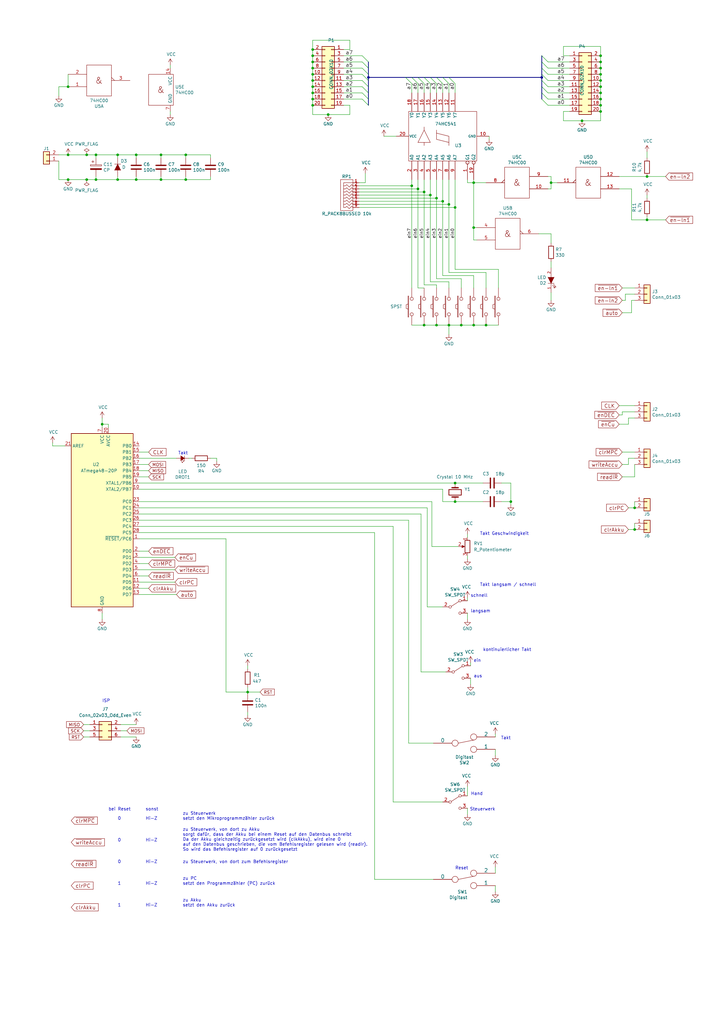
<source format=kicad_sch>
(kicad_sch (version 20230121) (generator eeschema)
  (paper "A3" portrait)
  (title_block (title "EinTaktReset") (rev "2.0"))
  (junction (at 209.55 205.74))
  (junction (at 27.94 35.56))
  (junction (at 179.07 133.35))
  (junction (at 128.27 30.48))
  (junction (at 128.27 25.4))
  (junction (at 246.38 30.48))
  (junction (at 128.27 22.86))
  (junction (at 199.39 133.35))
  (junction (at 246.38 33.02))
  (junction (at 184.15 83.82))
  (junction (at 55.88 63.5))
  (junction (at 184.15 133.35))
  (junction (at 55.88 73.66))
  (junction (at 35.56 73.66))
  (junction (at 128.27 40.64))
  (junction (at 226.06 74.93))
  (junction (at 246.38 45.72))
  (junction (at 128.27 35.56))
  (junction (at 181.61 82.55))
  (junction (at 128.27 38.1))
  (junction (at 48.26 73.66))
  (junction (at 134.62 46.99))
  (junction (at 173.99 78.74))
  (junction (at 41.91 173.99))
  (junction (at 186.69 85.09))
  (junction (at 48.26 63.5))
  (junction (at 222.25 31.75))
  (junction (at 246.38 40.64))
  (junction (at 173.99 133.35))
  (junction (at 27.94 63.5))
  (junction (at 101.6 283.845))
  (junction (at 246.38 22.86))
  (junction (at 35.56 63.5))
  (junction (at 265.43 90.17))
  (junction (at 194.31 133.35))
  (junction (at 189.23 133.35))
  (junction (at 246.38 35.56))
  (junction (at 128.27 20.32))
  (junction (at 66.04 63.5))
  (junction (at 76.2 63.5))
  (junction (at 238.76 49.53))
  (junction (at 151.13 31.75))
  (junction (at 246.38 25.4))
  (junction (at 194.31 74.93))
  (junction (at 246.38 27.94))
  (junction (at 66.04 73.66))
  (junction (at 265.43 72.39))
  (junction (at 171.45 77.47))
  (junction (at 186.69 198.12))
  (junction (at 76.2 73.66))
  (junction (at 179.07 81.28))
  (junction (at 194.31 93.345))
  (junction (at 128.27 27.94))
  (junction (at 260.35 208.28))
  (junction (at 168.91 76.2))
  (junction (at 39.37 63.5))
  (junction (at 27.94 73.66))
  (junction (at 246.38 38.1))
  (junction (at 128.27 43.18))
  (junction (at 260.35 217.17))
  (junction (at 246.38 43.18))
  (junction (at 186.69 205.74))
  (junction (at 176.53 80.01))
  (junction (at 128.27 33.02))
  (junction (at 39.37 73.66))
  (bus_entry (at 166.37 31.75) (size 2.54 2.54))
  (bus_entry (at 184.15 31.75) (size 2.54 2.54))
  (bus_entry (at 173.99 31.75) (size 2.54 2.54))
  (bus_entry (at 148.59 22.86) (size 2.54 2.54))
  (bus_entry (at 179.07 31.75) (size 2.54 2.54))
  (bus_entry (at 176.53 31.75) (size 2.54 2.54))
  (bus_entry (at 148.59 25.4) (size 2.54 2.54))
  (bus_entry (at 222.25 30.48) (size 2.54 2.54))
  (bus_entry (at 148.59 30.48) (size 2.54 2.54))
  (bus_entry (at 222.25 22.86) (size 2.54 2.54))
  (bus_entry (at 148.59 33.02) (size 2.54 2.54))
  (bus_entry (at 148.59 40.64) (size 2.54 2.54))
  (bus_entry (at 148.59 38.1) (size 2.54 2.54))
  (bus_entry (at 222.25 25.4) (size 2.54 2.54))
  (bus_entry (at 222.25 40.64) (size 2.54 2.54))
  (bus_entry (at 222.25 35.56) (size 2.54 2.54))
  (bus_entry (at 148.59 35.56) (size 2.54 2.54))
  (bus_entry (at 171.45 31.75) (size 2.54 2.54))
  (bus_entry (at 168.91 31.75) (size 2.54 2.54))
  (bus_entry (at 222.25 27.94) (size 2.54 2.54))
  (bus_entry (at 148.59 27.94) (size 2.54 2.54))
  (bus_entry (at 222.25 33.02) (size 2.54 2.54))
  (bus_entry (at 181.61 31.75) (size 2.54 2.54))
  (bus_entry (at 222.25 38.1) (size 2.54 2.54))
  (wire (pts (xy 128.27 20.32) (xy 128.27 16.51)))
  (bus (pts (xy 151.13 27.94) (xy 151.13 30.48)))
  (wire (pts (xy 179.07 81.28) (xy 147.32 81.28)))
  (wire (pts (xy 184.15 38.1) (xy 184.15 34.29)))
  (wire (pts (xy 184.15 133.35) (xy 189.23 133.35)))
  (wire (pts (xy 140.97 25.4) (xy 148.59 25.4)))
  (wire (pts (xy 171.45 73.66) (xy 171.45 77.47)))
  (wire (pts (xy 189.23 118.11) (xy 189.23 114.3)))
  (wire (pts (xy 140.97 35.56) (xy 148.59 35.56)))
  (wire (pts (xy 203.2 300.99) (xy 203.2 302.26)))
  (wire (pts (xy 226.06 77.47) (xy 224.79 77.47)))
  (wire (pts (xy 260.35 185.42) (xy 255.27 185.42)))
  (wire (pts (xy 184.15 73.66) (xy 184.15 83.82)))
  (wire (pts (xy 48.26 73.66) (xy 55.88 73.66)))
  (wire (pts (xy 48.26 72.39) (xy 48.26 73.66)))
  (wire (pts (xy 134.62 46.99) (xy 128.27 46.99)))
  (wire (pts (xy 181.61 38.1) (xy 181.61 34.29)))
  (wire (pts (xy 92.71 220.98) (xy 57.15 220.98)))
  (wire (pts (xy 205.74 198.12) (xy 209.55 198.12)))
  (wire (pts (xy 44.45 175.26) (xy 44.45 173.99)))
  (wire (pts (xy 140.97 38.1) (xy 148.59 38.1)))
  (wire (pts (xy 101.6 283.845) (xy 101.6 284.48)))
  (bus (pts (xy 151.13 31.75) (xy 166.37 31.75)))
  (wire (pts (xy 231.14 49.53) (xy 231.14 45.72)))
  (wire (pts (xy 21.59 182.88) (xy 26.67 182.88)))
  (wire (pts (xy 181.61 82.55) (xy 147.32 82.55)))
  (wire (pts (xy 179.07 81.28) (xy 179.07 114.3)))
  (wire (pts (xy 226.06 95.885) (xy 226.06 99.695)))
  (wire (pts (xy 259.08 123.19) (xy 260.35 123.19)))
  (wire (pts (xy 86.36 72.39) (xy 86.36 73.66)))
  (wire (pts (xy 191.77 326.39) (xy 191.77 322.58)))
  (wire (pts (xy 143.51 43.18) (xy 143.51 46.99)))
  (wire (pts (xy 186.69 205.74) (xy 198.12 205.74)))
  (wire (pts (xy 149.86 74.93) (xy 149.86 71.12)))
  (wire (pts (xy 246.38 40.64) (xy 246.38 43.18)))
  (wire (pts (xy 57.15 213.36) (xy 167.64 213.36)))
  (wire (pts (xy 172.72 210.82) (xy 172.72 275.59)))
  (wire (pts (xy 140.97 27.94) (xy 148.59 27.94)))
  (wire (pts (xy 246.38 27.94) (xy 246.38 30.48)))
  (wire (pts (xy 257.81 187.96) (xy 257.81 190.5)))
  (wire (pts (xy 76.2 73.66) (xy 86.36 73.66)))
  (wire (pts (xy 101.6 292.1) (xy 101.6 293.37)))
  (wire (pts (xy 209.55 198.12) (xy 209.55 205.74)))
  (wire (pts (xy 57.15 210.82) (xy 172.72 210.82)))
  (wire (pts (xy 246.38 35.56) (xy 246.38 38.1)))
  (wire (pts (xy 140.97 20.32) (xy 143.51 20.32)))
  (wire (pts (xy 233.68 35.56) (xy 224.79 35.56)))
  (wire (pts (xy 193.04 271.78) (xy 193.04 273.05)))
  (wire (pts (xy 181.61 82.55) (xy 181.61 113.03)))
  (wire (pts (xy 246.38 49.53) (xy 238.76 49.53)))
  (bus (pts (xy 184.15 31.75) (xy 222.25 31.75)))
  (wire (pts (xy 254 72.39) (xy 265.43 72.39)))
  (wire (pts (xy 57.15 185.42) (xy 60.96 185.42)))
  (wire (pts (xy 41.91 173.99) (xy 41.91 175.26)))
  (wire (pts (xy 175.26 208.28) (xy 175.26 248.92)))
  (wire (pts (xy 55.88 72.39) (xy 55.88 73.66)))
  (wire (pts (xy 176.53 80.01) (xy 147.32 80.01)))
  (wire (pts (xy 260.35 190.5) (xy 260.35 195.58)))
  (wire (pts (xy 34.29 299.72) (xy 36.83 299.72)))
  (wire (pts (xy 199.39 118.11) (xy 199.39 111.76)))
  (bus (pts (xy 151.13 30.48) (xy 151.13 31.75)))
  (wire (pts (xy 191.77 227.965) (xy 191.77 229.235)))
  (wire (pts (xy 246.38 38.1) (xy 246.38 40.64)))
  (bus (pts (xy 222.25 25.4) (xy 222.25 27.94)))
  (wire (pts (xy 231.14 19.05) (xy 246.38 19.05)))
  (wire (pts (xy 204.47 110.49) (xy 186.69 110.49)))
  (wire (pts (xy 204.47 118.11) (xy 204.47 110.49)))
  (wire (pts (xy 49.53 299.72) (xy 52.07 299.72)))
  (wire (pts (xy 176.53 38.1) (xy 176.53 34.29)))
  (wire (pts (xy 24.13 39.37) (xy 24.13 35.56)))
  (wire (pts (xy 255.27 128.27) (xy 259.08 128.27)))
  (wire (pts (xy 128.27 35.56) (xy 128.27 33.02)))
  (wire (pts (xy 41.91 251.46) (xy 41.91 254)))
  (wire (pts (xy 66.04 64.77) (xy 66.04 63.5)))
  (wire (pts (xy 162.56 55.88) (xy 157.48 55.88)))
  (wire (pts (xy 57.15 195.58) (xy 60.96 195.58)))
  (wire (pts (xy 34.29 297.18) (xy 36.83 297.18)))
  (wire (pts (xy 194.31 93.345) (xy 194.31 98.425)))
  (wire (pts (xy 49.53 297.18) (xy 55.88 297.18)))
  (wire (pts (xy 76.2 64.77) (xy 76.2 63.5)))
  (wire (pts (xy 176.53 73.66) (xy 176.53 80.01)))
  (wire (pts (xy 57.15 187.96) (xy 72.39 187.96)))
  (wire (pts (xy 41.91 173.99) (xy 44.45 173.99)))
  (wire (pts (xy 193.04 278.13) (xy 193.04 280.67)))
  (wire (pts (xy 39.37 64.77) (xy 39.37 63.5)))
  (bus (pts (xy 173.99 31.75) (xy 176.53 31.75)))
  (wire (pts (xy 57.15 233.68) (xy 71.755 233.68)))
  (wire (pts (xy 24.13 73.66) (xy 27.94 73.66)))
  (wire (pts (xy 177.165 224.155) (xy 187.96 224.155)))
  (wire (pts (xy 203.2 355.6) (xy 203.2 358.14)))
  (wire (pts (xy 57.15 218.44) (xy 153.67 218.44)))
  (wire (pts (xy 265.43 88.9) (xy 265.43 90.17)))
  (wire (pts (xy 92.71 283.845) (xy 101.6 283.845)))
  (wire (pts (xy 173.99 78.74) (xy 173.99 116.84)))
  (wire (pts (xy 186.69 73.66) (xy 186.69 85.09)))
  (wire (pts (xy 265.43 64.77) (xy 265.43 62.23)))
  (wire (pts (xy 128.27 30.48) (xy 128.27 27.94)))
  (wire (pts (xy 254 173.99) (xy 257.81 173.99)))
  (wire (pts (xy 254 170.18) (xy 255.27 170.18)))
  (wire (pts (xy 140.97 40.64) (xy 148.59 40.64)))
  (wire (pts (xy 226.06 74.93) (xy 226.06 77.47)))
  (bus (pts (xy 222.25 35.56) (xy 222.25 38.1)))
  (wire (pts (xy 173.99 133.35) (xy 179.07 133.35)))
  (wire (pts (xy 186.69 38.1) (xy 186.69 34.29)))
  (wire (pts (xy 153.67 218.44) (xy 153.67 360.68)))
  (wire (pts (xy 128.27 33.02) (xy 128.27 30.48)))
  (wire (pts (xy 233.68 25.4) (xy 224.79 25.4)))
  (wire (pts (xy 246.38 45.72) (xy 246.38 49.53)))
  (wire (pts (xy 168.91 76.2) (xy 147.32 76.2)))
  (wire (pts (xy 35.56 73.66) (xy 39.37 73.66)))
  (wire (pts (xy 179.07 73.66) (xy 179.07 81.28)))
  (wire (pts (xy 205.74 205.74) (xy 209.55 205.74)))
  (wire (pts (xy 260.35 214.63) (xy 260.35 217.17)))
  (wire (pts (xy 27.94 73.66) (xy 35.56 73.66)))
  (wire (pts (xy 69.85 45.72) (xy 69.85 46.99)))
  (wire (pts (xy 39.37 72.39) (xy 39.37 73.66)))
  (bus (pts (xy 222.25 30.48) (xy 222.25 31.75)))
  (wire (pts (xy 259.08 90.17) (xy 265.43 90.17)))
  (wire (pts (xy 168.91 38.1) (xy 168.91 34.29)))
  (wire (pts (xy 57.15 215.9) (xy 161.29 215.9)))
  (wire (pts (xy 173.99 73.66) (xy 173.99 78.74)))
  (wire (pts (xy 199.39 133.35) (xy 204.47 133.35)))
  (wire (pts (xy 257.81 171.45) (xy 260.35 171.45)))
  (wire (pts (xy 171.45 38.1) (xy 171.45 34.29)))
  (wire (pts (xy 259.08 128.27) (xy 259.08 123.19)))
  (wire (pts (xy 167.64 304.8) (xy 177.8 304.8)))
  (bus (pts (xy 222.25 33.02) (xy 222.25 35.56)))
  (wire (pts (xy 143.51 20.32) (xy 143.51 16.51)))
  (wire (pts (xy 191.77 74.93) (xy 191.77 73.66)))
  (bus (pts (xy 222.25 38.1) (xy 222.25 40.64)))
  (wire (pts (xy 181.61 205.74) (xy 186.69 205.74)))
  (wire (pts (xy 101.6 281.94) (xy 101.6 283.845)))
  (wire (pts (xy 246.38 25.4) (xy 246.38 27.94)))
  (wire (pts (xy 55.88 63.5) (xy 66.04 63.5)))
  (bus (pts (xy 151.13 38.1) (xy 151.13 40.64)))
  (wire (pts (xy 39.37 73.66) (xy 48.26 73.66)))
  (wire (pts (xy 189.23 133.35) (xy 194.31 133.35)))
  (wire (pts (xy 57.15 228.6) (xy 71.755 228.6)))
  (wire (pts (xy 254 77.47) (xy 259.08 77.47)))
  (wire (pts (xy 199.39 111.76) (xy 184.15 111.76)))
  (wire (pts (xy 153.67 360.68) (xy 177.8 360.68)))
  (wire (pts (xy 257.81 208.28) (xy 260.35 208.28)))
  (wire (pts (xy 260.35 217.17) (xy 257.81 217.17)))
  (bus (pts (xy 222.25 22.86) (xy 222.25 25.4)))
  (wire (pts (xy 209.55 205.74) (xy 209.55 207.01)))
  (wire (pts (xy 194.31 113.03) (xy 181.61 113.03)))
  (wire (pts (xy 128.27 25.4) (xy 128.27 22.86)))
  (wire (pts (xy 246.38 22.86) (xy 246.38 25.4)))
  (wire (pts (xy 194.31 74.93) (xy 199.39 74.93)))
  (wire (pts (xy 184.15 118.11) (xy 184.15 115.57)))
  (wire (pts (xy 186.69 85.09) (xy 186.69 110.49)))
  (wire (pts (xy 194.31 118.11) (xy 194.31 113.03)))
  (wire (pts (xy 220.98 95.885) (xy 226.06 95.885)))
  (wire (pts (xy 184.15 115.57) (xy 176.53 115.57)))
  (wire (pts (xy 246.38 33.02) (xy 246.38 35.56)))
  (wire (pts (xy 191.77 334.01) (xy 191.77 331.47)))
  (wire (pts (xy 66.04 72.39) (xy 66.04 73.66)))
  (wire (pts (xy 191.77 219.075) (xy 191.77 220.345)))
  (wire (pts (xy 147.32 74.93) (xy 149.86 74.93)))
  (wire (pts (xy 260.35 205.74) (xy 260.35 208.28)))
  (wire (pts (xy 57.15 190.5) (xy 60.96 190.5)))
  (wire (pts (xy 255.27 123.19) (xy 256.54 123.19)))
  (wire (pts (xy 226.06 107.315) (xy 226.06 109.855)))
  (wire (pts (xy 140.97 33.02) (xy 148.59 33.02)))
  (wire (pts (xy 167.64 213.36) (xy 167.64 304.8)))
  (wire (pts (xy 173.99 78.74) (xy 147.32 78.74)))
  (wire (pts (xy 179.07 116.84) (xy 173.99 116.84)))
  (wire (pts (xy 78.74 187.96) (xy 77.47 187.96)))
  (wire (pts (xy 88.9 187.96) (xy 88.9 189.23)))
  (wire (pts (xy 57.15 193.04) (xy 60.96 193.04)))
  (wire (pts (xy 24.13 73.66) (xy 24.13 66.04)))
  (wire (pts (xy 128.27 27.94) (xy 128.27 25.4)))
  (wire (pts (xy 186.69 85.09) (xy 147.32 85.09)))
  (wire (pts (xy 194.31 73.66) (xy 194.31 74.93)))
  (wire (pts (xy 246.38 30.48) (xy 246.38 33.02)))
  (wire (pts (xy 184.15 133.35) (xy 184.15 137.16)))
  (wire (pts (xy 66.04 73.66) (xy 76.2 73.66)))
  (wire (pts (xy 256.54 120.65) (xy 260.35 120.65)))
  (bus (pts (xy 171.45 31.75) (xy 173.99 31.75)))
  (bus (pts (xy 168.91 31.75) (xy 171.45 31.75)))
  (wire (pts (xy 255.27 168.91) (xy 260.35 168.91)))
  (wire (pts (xy 27.94 63.5) (xy 35.56 63.5)))
  (wire (pts (xy 140.97 30.48) (xy 148.59 30.48)))
  (wire (pts (xy 171.45 77.47) (xy 147.32 77.47)))
  (wire (pts (xy 181.61 200.66) (xy 181.61 205.74)))
  (wire (pts (xy 194.31 98.425) (xy 195.58 98.425)))
  (wire (pts (xy 233.68 38.1) (xy 224.79 38.1)))
  (wire (pts (xy 191.77 251.46) (xy 191.77 254)))
  (wire (pts (xy 128.27 22.86) (xy 128.27 20.32)))
  (wire (pts (xy 86.36 187.96) (xy 88.9 187.96)))
  (wire (pts (xy 57.15 200.66) (xy 181.61 200.66)))
  (wire (pts (xy 41.91 171.45) (xy 41.91 173.99)))
  (bus (pts (xy 151.13 40.64) (xy 151.13 43.18)))
  (wire (pts (xy 173.99 118.11) (xy 171.45 118.11)))
  (wire (pts (xy 86.36 64.77) (xy 86.36 63.5)))
  (wire (pts (xy 233.68 33.02) (xy 224.79 33.02)))
  (wire (pts (xy 57.15 198.12) (xy 186.69 198.12)))
  (wire (pts (xy 168.91 73.66) (xy 168.91 76.2)))
  (wire (pts (xy 194.31 133.35) (xy 199.39 133.35)))
  (wire (pts (xy 143.51 16.51) (xy 128.27 16.51)))
  (wire (pts (xy 203.2 363.22) (xy 203.2 365.76)))
  (wire (pts (xy 265.43 72.39) (xy 273.05 72.39)))
  (wire (pts (xy 200.66 55.88) (xy 200.66 57.15)))
  (wire (pts (xy 224.79 72.39) (xy 226.06 72.39)))
  (wire (pts (xy 57.15 208.28) (xy 175.26 208.28)))
  (wire (pts (xy 265.43 80.01) (xy 265.43 81.28)))
  (wire (pts (xy 233.68 40.64) (xy 224.79 40.64)))
  (wire (pts (xy 57.15 236.22) (xy 60.96 236.22)))
  (wire (pts (xy 260.35 187.96) (xy 257.81 187.96)))
  (wire (pts (xy 226.06 72.39) (xy 226.06 74.93)))
  (wire (pts (xy 168.91 76.2) (xy 168.91 118.11)))
  (wire (pts (xy 179.07 133.35) (xy 184.15 133.35)))
  (wire (pts (xy 176.53 80.01) (xy 176.53 115.57)))
  (wire (pts (xy 76.2 72.39) (xy 76.2 73.66)))
  (wire (pts (xy 191.77 74.93) (xy 194.31 74.93)))
  (wire (pts (xy 259.08 77.47) (xy 259.08 90.17)))
  (wire (pts (xy 255.27 170.18) (xy 255.27 168.91)))
  (wire (pts (xy 39.37 63.5) (xy 48.26 63.5)))
  (wire (pts (xy 55.88 73.66) (xy 66.04 73.66)))
  (wire (pts (xy 246.38 43.18) (xy 246.38 45.72)))
  (wire (pts (xy 128.27 38.1) (xy 128.27 35.56)))
  (wire (pts (xy 233.68 22.86) (xy 231.14 22.86)))
  (wire (pts (xy 246.38 19.05) (xy 246.38 22.86)))
  (wire (pts (xy 194.31 74.93) (xy 194.31 93.345)))
  (wire (pts (xy 57.15 231.14) (xy 60.96 231.14)))
  (wire (pts (xy 257.81 190.5) (xy 255.27 190.5)))
  (wire (pts (xy 24.13 35.56) (xy 27.94 35.56)))
  (wire (pts (xy 21.59 181.61) (xy 21.59 182.88)))
  (wire (pts (xy 184.15 83.82) (xy 184.15 111.76)))
  (wire (pts (xy 55.88 64.77) (xy 55.88 63.5)))
  (wire (pts (xy 226.06 120.015) (xy 226.06 123.19)))
  (wire (pts (xy 171.45 77.47) (xy 171.45 118.11)))
  (wire (pts (xy 189.23 114.3) (xy 179.07 114.3)))
  (wire (pts (xy 34.29 302.26) (xy 36.83 302.26)))
  (wire (pts (xy 179.07 38.1) (xy 179.07 34.29)))
  (wire (pts (xy 101.6 273.05) (xy 101.6 274.32)))
  (wire (pts (xy 57.15 205.74) (xy 177.165 205.74)))
  (wire (pts (xy 195.58 93.345) (xy 194.31 93.345)))
  (wire (pts (xy 57.15 226.06) (xy 60.96 226.06)))
  (bus (pts (xy 176.53 31.75) (xy 179.07 31.75)))
  (wire (pts (xy 203.2 307.34) (xy 203.2 309.88)))
  (wire (pts (xy 265.43 90.17) (xy 273.05 90.17)))
  (bus (pts (xy 166.37 31.75) (xy 168.91 31.75)))
  (wire (pts (xy 260.35 166.37) (xy 254 166.37)))
  (wire (pts (xy 140.97 22.86) (xy 148.59 22.86)))
  (wire (pts (xy 233.68 45.72) (xy 231.14 45.72)))
  (bus (pts (xy 151.13 33.02) (xy 151.13 35.56)))
  (wire (pts (xy 175.26 248.92) (xy 181.61 248.92)))
  (wire (pts (xy 92.71 220.98) (xy 92.71 283.845)))
  (wire (pts (xy 48.26 64.77) (xy 48.26 63.5)))
  (wire (pts (xy 66.04 63.5) (xy 76.2 63.5)))
  (wire (pts (xy 260.35 195.58) (xy 255.27 195.58)))
  (wire (pts (xy 191.77 245.11) (xy 191.77 246.38)))
  (bus (pts (xy 151.13 25.4) (xy 151.13 27.94)))
  (bus (pts (xy 151.13 31.75) (xy 151.13 33.02)))
  (wire (pts (xy 173.99 38.1) (xy 173.99 34.29)))
  (wire (pts (xy 228.6 74.93) (xy 226.06 74.93)))
  (wire (pts (xy 233.68 27.94) (xy 224.79 27.94)))
  (wire (pts (xy 57.15 243.84) (xy 72.39 243.84)))
  (wire (pts (xy 161.29 328.93) (xy 181.61 328.93)))
  (wire (pts (xy 231.14 22.86) (xy 231.14 19.05)))
  (wire (pts (xy 184.15 83.82) (xy 147.32 83.82)))
  (wire (pts (xy 24.13 63.5) (xy 27.94 63.5)))
  (wire (pts (xy 101.6 283.845) (xy 106.68 283.845)))
  (wire (pts (xy 143.51 46.99) (xy 134.62 46.99)))
  (bus (pts (xy 222.25 27.94) (xy 222.25 30.48)))
  (wire (pts (xy 48.26 63.5) (xy 55.88 63.5)))
  (wire (pts (xy 128.27 43.18) (xy 128.27 40.64)))
  (bus (pts (xy 181.61 31.75) (xy 184.15 31.75)))
  (wire (pts (xy 181.61 73.66) (xy 181.61 82.55)))
  (wire (pts (xy 161.29 215.9) (xy 161.29 328.93)))
  (bus (pts (xy 151.13 35.56) (xy 151.13 38.1)))
  (wire (pts (xy 233.68 43.18) (xy 224.79 43.18)))
  (wire (pts (xy 57.15 241.3) (xy 60.96 241.3)))
  (wire (pts (xy 57.15 238.76) (xy 71.755 238.76)))
  (wire (pts (xy 255.27 118.11) (xy 260.35 118.11)))
  (wire (pts (xy 76.2 63.5) (xy 86.36 63.5)))
  (wire (pts (xy 238.76 49.53) (xy 231.14 49.53)))
  (wire (pts (xy 257.81 173.99) (xy 257.81 171.45)))
  (wire (pts (xy 179.07 118.11) (xy 179.07 116.84)))
  (wire (pts (xy 186.69 198.12) (xy 198.12 198.12)))
  (wire (pts (xy 168.91 133.35) (xy 173.99 133.35)))
  (wire (pts (xy 128.27 46.99) (xy 128.27 43.18)))
  (wire (pts (xy 256.54 123.19) (xy 256.54 120.65)))
  (bus (pts (xy 179.07 31.75) (xy 181.61 31.75)))
  (wire (pts (xy 172.72 275.59) (xy 182.88 275.59)))
  (wire (pts (xy 27.94 30.48) (xy 27.94 35.56)))
  (wire (pts (xy 49.53 302.26) (xy 55.88 302.26)))
  (wire (pts (xy 177.165 205.74) (xy 177.165 224.155)))
  (wire (pts (xy 128.27 40.64) (xy 128.27 38.1)))
  (wire (pts (xy 35.56 63.5) (xy 39.37 63.5)))
  (wire (pts (xy 233.68 30.48) (xy 224.79 30.48)))
  (bus (pts (xy 222.25 31.75) (xy 222.25 33.02)))
  (wire (pts (xy 140.97 43.18) (xy 143.51 43.18)))
  (wire (pts (xy 69.85 27.94) (xy 69.85 26.67)))
  (text "Hand" (at 198.12 326.39 0) (effects (font (size 1.27 1.27)) (justify right bottom)))
  (text "Hi-Z" (at 59.69 363.22 0) (effects (font (size 1.27 1.27)) (justify left bottom)))
  (text "0" (at 48.26 354.33 0) (effects (font (size 1.27 1.27)) (justify left bottom)))
  (text "zu Steuerwerk, von dort zu Akku\nsorgt dafür, dass der Akku bei einem Reset auf den Datenbus schreibt\nDa der Akku gleichzeitig zurückgesetzt wird (clkAkku), wird eine 0\nauf den Datenbus geschrieben, die vom Befehlsregister gelesen wird (readIr).\nSo wird das Befehlsregister auf 0 zurückgesetzt" (at 74.93 349.25 0) (effects (font (size 1.27 1.27)) (justify left bottom)))
  (text "ein" (at 194.31 271.78 0) (effects (font (size 1.27 1.27)) (justify left bottom)))
  (text "zu PC\nsetzt den Programmzähler (PC) zurück" (at 74.93 363.22 0) (effects (font (size 1.27 1.27)) (justify left bottom)))
  (text "Hi-Z" (at 59.69 336.55 0) (effects (font (size 1.27 1.27)) (justify left bottom)))
  (text "langsam" (at 193.04 251.46 0) (effects (font (size 1.27 1.27)) (justify left bottom)))
  (text "bei Reset" (at 44.45 332.74 0) (effects (font (size 1.27 1.27)) (justify left bottom)))
  (text "zu Akku\nsetzt den Akku zurück" (at 74.93 372.11 0) (effects (font (size 1.27 1.27)) (justify left bottom)))
  (text "Takt" (at 209.55 303.53 0) (effects (font (size 1.27 1.27)) (justify right bottom)))
  (text "Hi-Z" (at 59.69 354.33 0) (effects (font (size 1.27 1.27)) (justify left bottom)))
  (text "Takt Geschwindigkeit" (at 196.85 219.71 0) (effects (font (size 1.27 1.27)) (justify left bottom)))
  (text "Takt langsam / schnell" (at 196.85 240.665 0) (effects (font (size 1.27 1.27)) (justify left bottom)))
  (text "aus" (at 194.31 278.13 0) (effects (font (size 1.27 1.27)) (justify left bottom)))
  (text "Steuerwerk" (at 203.2 332.74 0) (effects (font (size 1.27 1.27)) (justify right bottom)))
  (text "Reset" (at 186.69 356.87 0) (effects (font (size 1.27 1.27)) (justify left bottom)))
  (text "schnell" (at 193.04 245.11 0) (effects (font (size 1.27 1.27)) (justify left bottom)))
  (text "zu Steuerwerk, von dort zum Befehlsregister" (at 74.93 354.33 0) (effects (font (size 1.27 1.27)) (justify left bottom)))
  (text "kontinuierlicher Takt" (at 198.12 267.335 0) (effects (font (size 1.27 1.27)) (justify left bottom)))
  (text "1" (at 48.26 372.11 0) (effects (font (size 1.27 1.27)) (justify left bottom)))
  (text "Takt" (at 73.025 186.69 0) (effects (font (size 1.27 1.27)) (justify left bottom)))
  (text "0" (at 48.26 336.55 0) (effects (font (size 1.27 1.27)) (justify left bottom)))
  (text "1" (at 48.26 363.22 0) (effects (font (size 1.27 1.27)) (justify left bottom)))
  (text "zu Steuerwerk\nsetzt den Mikroprogrammzähler zurück\n" (at 74.93 336.55 0) (effects (font (size 1.27 1.27)) (justify left bottom)))
  (text "ISP" (at 41.91 288.29 0) (effects (font (size 1.27 1.27)) (justify left bottom)))
  (text "Hi-Z" (at 59.69 372.11 0) (effects (font (size 1.27 1.27)) (justify left bottom)))
  (text "Hi-Z" (at 59.69 345.44 0) (effects (font (size 1.27 1.27)) (justify left bottom)))
  (text "sonst" (at 59.69 332.74 0) (effects (font (size 1.27 1.27)) (justify left bottom)))
  (text "0" (at 48.26 345.44 0) (effects (font (size 1.27 1.27)) (justify left bottom)))
  (label "a2" (at 181.61 36.83 90) (effects (font (size 1.524 1.524))))
  (label "a4" (at 228.6 33.02 0) (effects (font (size 1.524 1.524))))
  (label "a6" (at 171.45 36.83 90) (effects (font (size 1.524 1.524))))
  (label "ein7" (at 168.91 97.79 90))
  (label "a2" (at 144.78 35.56 180) (effects (font (size 1.524 1.524))))
  (label "a6" (at 144.78 25.4 180) (effects (font (size 1.524 1.524))))
  (label "a1" (at 144.78 38.1 180) (effects (font (size 1.524 1.524))))
  (label "a0" (at 144.78 40.64 180) (effects (font (size 1.524 1.524))))
  (label "a4" (at 144.78 30.48 180) (effects (font (size 1.524 1.524))))
  (label "a0" (at 186.69 36.83 90) (effects (font (size 1.524 1.524))))
  (label "a2" (at 228.6 38.1 0) (effects (font (size 1.524 1.524))))
  (label "a3" (at 144.78 33.02 180) (effects (font (size 1.524 1.524))))
  (label "ein2" (at 181.61 97.79 90))
  (label "a3" (at 179.07 36.83 90) (effects (font (size 1.524 1.524))))
  (label "ein0" (at 186.69 97.79 90))
  (label "a4" (at 176.53 36.83 90) (effects (font (size 1.524 1.524))))
  (label "a7" (at 168.91 36.83 90) (effects (font (size 1.524 1.524))))
  (label "ein5" (at 173.99 97.79 90))
  (label "a5" (at 144.78 27.94 180) (effects (font (size 1.524 1.524))))
  (label "a0" (at 228.6 43.18 0) (effects (font (size 1.524 1.524))))
  (label "a1" (at 184.15 36.83 90) (effects (font (size 1.524 1.524))))
  (label "a3" (at 228.6 35.56 0) (effects (font (size 1.524 1.524))))
  (label "ein1" (at 184.15 97.79 90))
  (label "a5" (at 228.6 30.48 0) (effects (font (size 1.524 1.524))))
  (label "ein3" (at 179.07 97.79 90))
  (label "a5" (at 173.99 36.83 90) (effects (font (size 1.524 1.524))))
  (label "a7" (at 144.78 22.86 180) (effects (font (size 1.524 1.524))))
  (label "ein6" (at 171.45 97.79 90))
  (label "a6" (at 228.6 27.94 0) (effects (font (size 1.524 1.524))))
  (label "a7" (at 228.6 25.4 0) (effects (font (size 1.524 1.524))))
  (label "ein4" (at 176.53 97.79 90))
  (label "a1" (at 228.6 40.64 0) (effects (font (size 1.524 1.524))))
  (global_label "clrAkku" (shape input) (at 257.81 217.17 180) (effects (font (size 1.524 1.524))) (property "Intersheetrefs" "${INTERSHEET_REFS}" (effects hide)))
  (global_label "~{readIR}" (shape input) (at 60.96 236.22 0) (effects (font (size 1.524 1.524))) (property "Intersheetrefs" "${INTERSHEET_REFS}" (effects hide)))
  (global_label "MOSI" (shape input) (at 60.96 190.5 0) (property "Intersheetrefs" "${INTERSHEET_REFS}" (effects hide)))
  (global_label "~{enCu}" (shape input) (at 71.755 228.6 0) (effects (font (size 1.524 1.524))) (property "Intersheetrefs" "${INTERSHEET_REFS}" (effects hide)))
  (global_label "~{clrMPC}" (shape input) (at 29.21 336.55 0) (effects (font (size 1.524 1.524))) (property "Intersheetrefs" "${INTERSHEET_REFS}" (effects hide)))
  (global_label "~{en-ln1}" (shape input) (at 255.27 118.11 180) (effects (font (size 1.524 1.524))) (property "Intersheetrefs" "${INTERSHEET_REFS}" (effects hide)))
  (global_label "CLK" (shape input) (at 60.96 185.42 0) (effects (font (size 1.524 1.524))) (property "Intersheetrefs" "${INTERSHEET_REFS}" (effects hide)))
  (global_label "~{clrMPC}" (shape input) (at 255.27 185.42 180) (effects (font (size 1.524 1.524))) (property "Intersheetrefs" "${INTERSHEET_REFS}" (effects hide)))
  (global_label "MISO" (shape input) (at 34.29 297.18 180) (property "Intersheetrefs" "${INTERSHEET_REFS}" (effects hide)))
  (global_label "~{writeAccu}" (shape input) (at 29.21 345.44 0) (effects (font (size 1.524 1.524))) (property "Intersheetrefs" "${INTERSHEET_REFS}" (effects hide)))
  (global_label "~{en-ln1}" (shape input) (at 273.05 90.17 0) (effects (font (size 1.524 1.524))) (property "Intersheetrefs" "${INTERSHEET_REFS}" (effects hide)))
  (global_label "RST" (shape input) (at 106.68 283.845 0) (property "Intersheetrefs" "${INTERSHEET_REFS}" (effects hide)))
  (global_label "~{enCu}" (shape input) (at 254 173.99 180) (effects (font (size 1.524 1.524))) (property "Intersheetrefs" "${INTERSHEET_REFS}" (effects hide)))
  (global_label "~{readIR}" (shape input) (at 255.27 195.58 180) (effects (font (size 1.524 1.524))) (property "Intersheetrefs" "${INTERSHEET_REFS}" (effects hide)))
  (global_label "~{en-ln2}" (shape input) (at 273.05 72.39 0) (effects (font (size 1.524 1.524))) (property "Intersheetrefs" "${INTERSHEET_REFS}" (effects hide)))
  (global_label "~{clrMPC}" (shape input) (at 60.96 231.14 0) (effects (font (size 1.524 1.524))) (property "Intersheetrefs" "${INTERSHEET_REFS}" (effects hide)))
  (global_label "SCK" (shape input) (at 34.29 299.72 180) (property "Intersheetrefs" "${INTERSHEET_REFS}" (effects hide)))
  (global_label "MISO" (shape input) (at 60.96 193.04 0) (property "Intersheetrefs" "${INTERSHEET_REFS}" (effects hide)))
  (global_label "~{en-ln2}" (shape input) (at 255.27 123.19 180) (effects (font (size 1.524 1.524))) (property "Intersheetrefs" "${INTERSHEET_REFS}" (effects hide)))
  (global_label "clrPC" (shape input) (at 29.21 363.22 0) (effects (font (size 1.524 1.524))) (property "Intersheetrefs" "${INTERSHEET_REFS}" (effects hide)))
  (global_label "clrAkku" (shape input) (at 29.21 372.11 0) (effects (font (size 1.524 1.524))) (property "Intersheetrefs" "${INTERSHEET_REFS}" (effects hide)))
  (global_label "RST" (shape input) (at 34.29 302.26 180) (property "Intersheetrefs" "${INTERSHEET_REFS}" (effects hide)))
  (global_label "SCK" (shape input) (at 60.96 195.58 0) (property "Intersheetrefs" "${INTERSHEET_REFS}" (effects hide)))
  (global_label "~{auto}" (shape input) (at 72.39 243.84 0) (effects (font (size 1.524 1.524))) (property "Intersheetrefs" "${INTERSHEET_REFS}" (effects hide)))
  (global_label "clrAkku" (shape input) (at 60.96 241.3 0) (effects (font (size 1.524 1.524))) (property "Intersheetrefs" "${INTERSHEET_REFS}" (effects hide)))
  (global_label "~{writeAccu}" (shape input) (at 255.27 190.5 180) (effects (font (size 1.524 1.524))) (property "Intersheetrefs" "${INTERSHEET_REFS}" (effects hide)))
  (global_label "~{auto}" (shape input) (at 255.27 128.27 180) (effects (font (size 1.524 1.524))) (property "Intersheetrefs" "${INTERSHEET_REFS}" (effects hide)))
  (global_label "~{readIR}" (shape input) (at 29.21 354.33 0) (effects (font (size 1.524 1.524))) (property "Intersheetrefs" "${INTERSHEET_REFS}" (effects hide)))
  (global_label "MOSI" (shape input) (at 52.07 299.72 0) (property "Intersheetrefs" "${INTERSHEET_REFS}" (effects hide)))
  (global_label "clrPC" (shape input) (at 257.81 208.28 180) (effects (font (size 1.524 1.524))) (property "Intersheetrefs" "${INTERSHEET_REFS}" (effects hide)))
  (global_label "CLK" (shape input) (at 254 166.37 180) (effects (font (size 1.524 1.524))) (property "Intersheetrefs" "${INTERSHEET_REFS}" (effects hide)))
  (global_label "~{enDEC}" (shape input) (at 254 170.18 180) (effects (font (size 1.524 1.524))) (property "Intersheetrefs" "${INTERSHEET_REFS}" (effects hide)))
  (global_label "~{enDEC}" (shape input) (at 60.96 226.06 0) (effects (font (size 1.524 1.524))) (property "Intersheetrefs" "${INTERSHEET_REFS}" (effects hide)))
  (global_label "clrPC" (shape input) (at 71.755 238.76 0) (effects (font (size 1.524 1.524))) (property "Intersheetrefs" "${INTERSHEET_REFS}" (effects hide)))
  (global_label "~{writeAccu}" (shape input) (at 71.755 233.68 0) (effects (font (size 1.524 1.524))) (property "Intersheetrefs" "${INTERSHEET_REFS}" (effects hide)))
  (symbol (lib_id "allBonsaiSymbolLibs:74xx_74HCT541_PWR") (at 181.61 55.88 90) (unit 1)
    (property "Reference" "U3" (at 187.96 59.69 90))
    (property "Value" "74HC541" (at 182.88 50.8 90))
    (property "Footprint" "Package_DIP:DIP-20_W7.62mm_Socket_LongPads" (effects hide))
  )
  (symbol (lib_id "allBonsaiSymbolLibs:bonsai_SW_PUSH") (at 168.91 125.73 90) (unit 1)
    (property "Reference" "SW5" (effects hide))
    (property "Value" "SPST" (at 162.56 125.73 90))
    (property "Footprint" "Switches-Walter:switch_100sp5" (effects hide))
  )
  (symbol (lib_id "allBonsaiSymbolLibs:bonsai_SW_PUSH") (at 173.99 125.73 90) (unit 1)
    (property "Reference" "SW7" (effects hide))
    (property "Value" "SPST" (effects hide))
    (property "Footprint" "Switches-Walter:switch_100sp5" (effects hide))
  )
  (symbol (lib_id "allBonsaiSymbolLibs:bonsai_SW_PUSH") (at 179.07 125.73 90) (unit 1)
    (property "Reference" "SW8" (effects hide))
    (property "Value" "SPST" (effects hide))
    (property "Footprint" "Switches-Walter:switch_100sp5" (effects hide))
  )
  (symbol (lib_id "allBonsaiSymbolLibs:bonsai_SW_PUSH") (at 184.15 125.73 90) (unit 1)
    (property "Reference" "SW9" (effects hide))
    (property "Value" "SPST" (effects hide))
    (property "Footprint" "Switches-Walter:switch_100sp5" (effects hide))
  )
  (symbol (lib_id "allBonsaiSymbolLibs:bonsai_SW_PUSH") (at 189.23 125.73 90) (unit 1)
    (property "Reference" "SW10" (effects hide))
    (property "Value" "SPST" (effects hide))
    (property "Footprint" "Switches-Walter:switch_100sp5" (effects hide))
  )
  (symbol (lib_id "allBonsaiSymbolLibs:bonsai_SW_PUSH") (at 194.31 125.73 90) (unit 1)
    (property "Reference" "SW11" (effects hide))
    (property "Value" "SPST" (effects hide))
    (property "Footprint" "Switches-Walter:switch_100sp5" (effects hide))
  )
  (symbol (lib_id "allBonsaiSymbolLibs:bonsai_SW_PUSH") (at 199.39 125.73 90) (unit 1)
    (property "Reference" "SW12" (effects hide))
    (property "Value" "SPST" (effects hide))
    (property "Footprint" "Switches-Walter:switch_100sp5" (effects hide))
  )
  (symbol (lib_id "allBonsaiSymbolLibs:bonsai_SW_PUSH") (at 204.47 125.73 90) (unit 1)
    (property "Reference" "SW13" (effects hide))
    (property "Value" "SPST" (effects hide))
    (property "Footprint" "Switches-Walter:switch_100sp5" (effects hide))
  )
  (symbol (lib_id "allBonsaiSymbolLibs:device_R") (at 226.06 103.505 0) (unit 1)
    (property "Reference" "R7" (at 227.838 102.3366 0) (effects (justify left)))
    (property "Value" "330" (at 227.838 104.648 0) (effects (justify left)))
    (property "Footprint" "Resistor_THT:R_Axial_DIN0207_L6.3mm_D2.5mm_P10.16mm_Horizontal" (effects hide))
  )
  (symbol (lib_id "allBonsaiSymbolLibs:bonsai_LED") (at 226.06 114.935 90) (unit 1)
    (property "Reference" "D2" (at 224.0788 116.1034 90) (effects (justify left)))
    (property "Value" "LED" (at 224.0788 113.792 90) (effects (justify left)))
    (property "Footprint" "LED_THT:LED_D3.0mm" (effects hide))
  )
  (symbol (lib_id "allBonsaiSymbolLibs:device_R") (at 265.43 85.09 0) (unit 1)
    (property "Reference" "R11" (at 260.1722 85.09 90))
    (property "Value" "4,7k" (at 262.4836 85.09 90))
    (property "Footprint" "Resistor_THT:R_Axial_DIN0207_L6.3mm_D2.5mm_P10.16mm_Horizontal" (effects hide))
  )
  (symbol (lib_id "allBonsaiSymbolLibs:device_R") (at 265.43 68.58 0) (unit 1)
    (property "Reference" "R10" (at 260.1722 68.58 90))
    (property "Value" "4,7k" (at 262.4836 68.58 90))
    (property "Footprint" "Resistor_THT:R_Axial_DIN0207_L6.3mm_D2.5mm_P10.16mm_Horizontal" (effects hide))
  )
  (symbol (lib_id "allBonsaiSymbolLibs:device_R") (at 82.55 187.96 90) (unit 1)
    (property "Reference" "R4" (at 82.55 193.2178 90))
    (property "Value" "150" (at 82.55 190.9064 90))
    (property "Footprint" "Resistor_THT:R_Axial_DIN0207_L6.3mm_D2.5mm_P10.16mm_Horizontal" (effects hide))
  )
  (symbol (lib_id "allBonsaiSymbolLibs:bonsai_Led_Small") (at 74.93 187.96 180) (unit 1)
    (property "Reference" "DROT1" (at 74.93 195.707 0))
    (property "Value" "LED" (at 74.93 193.3956 0))
    (property "Footprint" "LED_THT:LED_D3.0mm" (effects hide))
  )
  (symbol (lib_id "allBonsaiSymbolLibs:power_GND") (at 200.66 57.15 0) (unit 1)
    (property "Reference" "#PWR011" (effects hide))
    (property "Value" "GND" (at 200.66 60.96 0))
  )
  (symbol (lib_id "allBonsaiSymbolLibs:power_GND") (at 184.15 137.16 0) (unit 1)
    (property "Reference" "#PWR014" (effects hide))
    (property "Value" "GND" (at 184.15 140.97 0))
  )
  (symbol (lib_id "Connector_Generic:Conn_02x10_Odd_Even") (at 238.76 33.02 0) (unit 1)
    (property "Reference" "P4" (at 238.76 19.05 0))
    (property "Value" "CONN_02X10" (at 238.76 33.02 90))
    (property "Footprint" "Connector_PinHeader_2.54mm:PinHeader_2x10_P2.54mm_Vertical" (effects hide))
  )
  (symbol (lib_id "Connector_Generic:Conn_02x10_Odd_Even") (at 135.89 30.48 0) (mirror y) (unit 1)
    (property "Reference" "P1" (at 135.89 16.51 0))
    (property "Value" "CONN_02X10" (at 135.89 30.48 90))
    (property "Footprint" "Connector_PinHeader_2.54mm:PinHeader_2x10_P2.54mm_Vertical" (effects hide))
  )
  (symbol (lib_id "allBonsaiSymbolLibs:power_GND") (at 88.9 189.23 0) (unit 1)
    (property "Reference" "#PWR015" (effects hide))
    (property "Value" "GND" (at 88.9 193.04 0))
  )
  (symbol (lib_id "allBonsaiSymbolLibs:power_GND") (at 27.94 73.66 0) (unit 1)
    (property "Reference" "#PWR021" (effects hide))
    (property "Value" "GND" (at 27.94 77.47 0))
  )
  (symbol (lib_id "allBonsaiSymbolLibs:power_GND") (at 191.77 334.01 0) (mirror y) (unit 1)
    (property "Reference" "#PWR022" (effects hide))
    (property "Value" "GND" (at 191.77 337.82 0))
  )
  (symbol (lib_id "allBonsaiSymbolLibs:power_GND") (at 134.62 46.99 0) (unit 1)
    (property "Reference" "#PWR030" (effects hide))
    (property "Value" "GND" (at 134.62 50.8 0))
  )
  (symbol (lib_id "allBonsaiSymbolLibs:power_GND") (at 238.76 49.53 0) (unit 1)
    (property "Reference" "#PWR031" (effects hide))
    (property "Value" "GND" (at 238.76 53.34 0))
  )
  (symbol (lib_id "allBonsaiSymbolLibs:bonsai_R_PACK8BUSSED") (at 142.24 80.01 0) (mirror y) (unit 1)
    (property "Reference" "RP1" (at 142.24 72.39 0))
    (property "Value" "R_PACK8BUSSED 10k" (at 142.24 87.63 0))
    (property "Footprint" "Resistor_THT:R_Array_SIP9" (effects hide))
  )
  (symbol (lib_id "allBonsaiSymbolLibs:power_PWR_FLAG") (at 35.56 63.5 0) (unit 1)
    (property "Reference" "#FLG038" (effects hide))
    (property "Value" "PWR_FLAG" (at 35.56 59.0804 0))
  )
  (symbol (lib_id "allBonsaiSymbolLibs:bonsai_D") (at 48.26 68.58 270) (unit 1)
    (property "Reference" "D3" (at 50.8 66.04 90))
    (property "Value" "D" (at 50.8 68.58 90))
    (property "Footprint" "Diode_THT:D_A-405_P10.16mm_Horizontal" (effects hide))
  )
  (symbol (lib_id "allBonsaiSymbolLibs:bonsai_C") (at 86.36 68.58 0) (unit 1)
    (property "Reference" "C9" (at 89.281 67.4116 0) (effects (justify left)))
    (property "Value" "100n" (at 89.281 69.723 0) (effects (justify left)))
    (property "Footprint" "Capacitor_THT:C_Disc_D10.0mm_W2.5mm_P5.00mm" (effects hide))
  )
  (symbol (lib_id "allBonsaiSymbolLibs:bonsai_C") (at 76.2 68.58 0) (unit 1)
    (property "Reference" "C8" (at 79.121 67.4116 0) (effects (justify left)))
    (property "Value" "100n" (at 79.121 69.723 0) (effects (justify left)))
    (property "Footprint" "Capacitor_THT:C_Disc_D10.0mm_W2.5mm_P5.00mm" (effects hide))
  )
  (symbol (lib_id "allBonsaiSymbolLibs:bonsai_C") (at 66.04 68.58 0) (unit 1)
    (property "Reference" "C7" (at 68.961 67.4116 0) (effects (justify left)))
    (property "Value" "100n" (at 68.961 69.723 0) (effects (justify left)))
    (property "Footprint" "Capacitor_THT:C_Disc_D10.0mm_W2.5mm_P5.00mm" (effects hide))
  )
  (symbol (lib_id "allBonsaiSymbolLibs:bonsai_C") (at 55.88 68.58 0) (unit 1)
    (property "Reference" "C6" (at 58.801 67.4116 0) (effects (justify left)))
    (property "Value" "100n" (at 58.801 69.723 0) (effects (justify left)))
    (property "Footprint" "Capacitor_THT:C_Disc_D10.0mm_W2.5mm_P5.00mm" (effects hide))
  )
  (symbol (lib_id "Bonsai:Digitast") (at 190.5 360.68 0) (unit 1)
    (property "Reference" "SW1" (at 191.77 365.76 0) (effects (justify right)))
    (property "Value" "Digitast" (at 191.77 368.0714 0) (effects (justify right)))
    (property "Footprint" "bonsai:Switch_Digitast" (effects hide))
  )
  (symbol (lib_id "Bonsai:Digitast") (at 190.5 304.8 0) (unit 1)
    (property "Reference" "SW2" (at 190.5 312.801 0))
    (property "Value" "Digitast" (at 190.5 310.4896 0))
    (property "Footprint" "bonsai:Switch_Digitast" (effects hide))
  )
  (symbol (lib_id "power:VCC") (at 27.94 63.5 0) (unit 1)
    (property "Reference" "#PWR02" (effects hide))
    (property "Value" "VCC" (at 28.321 59.1058 0))
  )
  (symbol (lib_id "power:VCC") (at 265.43 62.23 0) (unit 1)
    (property "Reference" "#PWR01" (effects hide))
    (property "Value" "VCC" (at 265.811 57.8358 0))
  )
  (symbol (lib_id "power:VCC") (at 265.43 80.01 0) (unit 1)
    (property "Reference" "#PWR04" (effects hide))
    (property "Value" "VCC" (at 265.811 75.6158 0))
  )
  (symbol (lib_id "power:VCC") (at 157.48 55.88 0) (unit 1)
    (property "Reference" "#PWR03" (effects hide))
    (property "Value" "VCC" (at 157.861 51.4858 0))
  )
  (symbol (lib_id "power:VCC") (at 149.86 71.12 0) (unit 1)
    (property "Reference" "#PWR09" (effects hide))
    (property "Value" "VCC" (at 150.241 66.7258 0))
  )
  (symbol (lib_id "power:VCC") (at 191.77 322.58 0) (mirror y) (unit 1)
    (property "Reference" "#PWR019" (effects hide))
    (property "Value" "VCC" (at 191.389 318.1858 0))
  )
  (symbol (lib_id "allBonsaiSymbolLibs:power_PWR_FLAG") (at 35.56 73.66 180) (unit 1)
    (property "Reference" "#FLG01" (effects hide))
    (property "Value" "PWR_FLAG" (at 35.56 78.0796 0))
  )
  (symbol (lib_id "Connector_Generic:Conn_01x02") (at 19.05 66.04 180) (unit 1)
    (property "Reference" "J1" (at 19.05 60.96 0))
    (property "Value" "Conn_01x02" (effects hide))
    (property "Footprint" "Connector_Molex:Molex_KK-254_AE-6410-02A_1x02_P2.54mm_Vertical" (effects hide))
  )
  (symbol (lib_id "EinTaktReset-rescue:CP-Device") (at 39.37 68.58 0) (unit 1)
    (property "Reference" "C11" (at 42.3672 67.4116 0) (effects (justify left)))
    (property "Value" "CP" (at 42.3672 69.723 0) (effects (justify left)))
    (property "Footprint" "Capacitor_THT:CP_Radial_D8.0mm_P2.50mm" (effects hide))
  )
  (symbol (lib_id "Connector_Generic:Conn_01x02") (at 265.43 205.74 0) (unit 1)
    (property "Reference" "J5" (at 265.43 210.82 0))
    (property "Value" "Conn_01x02" (effects hide))
    (property "Footprint" "Connector_Molex:Molex_KK-254_AE-6410-02A_1x02_P2.54mm_Vertical" (effects hide))
  )
  (symbol (lib_id "Connector_Generic:Conn_01x02") (at 265.43 214.63 0) (unit 1)
    (property "Reference" "J6" (at 265.43 219.71 0))
    (property "Value" "Conn_01x02" (effects hide))
    (property "Footprint" "Connector_Molex:Molex_KK-254_AE-6410-02A_1x02_P2.54mm_Vertical" (effects hide))
  )
  (symbol (lib_id "Connector_Generic:Conn_01x03") (at 265.43 168.91 0) (unit 1)
    (property "Reference" "J2" (at 267.462 167.8432 0) (effects (justify left)))
    (property "Value" "Conn_01x03" (at 267.462 170.1546 0) (effects (justify left)))
    (property "Footprint" "Connector_Molex:Molex_KK-254_AE-6410-03A_1x03_P2.54mm_Vertical" (effects hide))
  )
  (symbol (lib_id "Connector_Generic:Conn_01x03") (at 265.43 120.65 0) (unit 1)
    (property "Reference" "J3" (at 267.462 119.5832 0) (effects (justify left)))
    (property "Value" "Conn_01x03" (at 267.462 121.8946 0) (effects (justify left)))
    (property "Footprint" "Connector_Molex:Molex_KK-254_AE-6410-03A_1x03_P2.54mm_Vertical" (effects hide))
  )
  (symbol (lib_id "Connector_Generic:Conn_01x03") (at 265.43 187.96 0) (unit 1)
    (property "Reference" "J4" (at 267.462 186.8932 0) (effects (justify left)))
    (property "Value" "Conn_01x03" (at 267.462 189.2046 0) (effects (justify left)))
    (property "Footprint" "Connector_Molex:Molex_KK-254_AE-6410-03A_1x03_P2.54mm_Vertical" (effects hide))
  )
  (symbol (lib_id "Switch:SW_SPDT") (at 186.69 328.93 0) (unit 1)
    (property "Reference" "SW6" (at 186.69 321.691 0))
    (property "Value" "SW_SPDT" (at 186.69 324.0024 0))
    (property "Footprint" "Switches-Walter:switch_100sp5" (effects hide))
  )
  (symbol (lib_id "Switch:SW_SPDT") (at 187.96 275.59 0) (unit 1)
    (property "Reference" "SW3" (at 187.96 268.351 0))
    (property "Value" "SW_SPDT" (at 187.96 270.6624 0))
    (property "Footprint" "Switches-Walter:switch_100sp5" (effects hide))
  )
  (symbol (lib_id "Bonsai:7400") (at 212.09 74.93 0) (mirror y) (unit 3)
    (property "Reference" "U5" (at 212.09 64.389 0))
    (property "Value" "74HC00" (at 212.09 66.7004 0))
    (property "Footprint" "Package_DIP:DIP-14_W7.62mm_Socket_LongPads" (effects hide))
  )
  (symbol (lib_id "Bonsai:7400") (at 241.3 74.93 0) (mirror y) (unit 4)
    (property "Reference" "U5" (at 241.3 64.389 0))
    (property "Value" "74HC00" (at 241.3 66.7004 0))
    (property "Footprint" "Package_DIP:DIP-14_W7.62mm_Socket_LongPads" (effects hide))
  )
  (symbol (lib_id "Bonsai:7400") (at 66.04 36.83 0) (unit 5)
    (property "Reference" "U5" (at 71.8312 35.6616 0) (effects (justify left)))
    (property "Value" "74HC00" (at 71.8312 37.973 0) (effects (justify left)))
    (property "Footprint" "Package_DIP:DIP-14_W7.62mm_Socket_LongPads" (effects hide))
  )
  (symbol (lib_id "power:VCC") (at 69.85 26.67 0) (unit 1)
    (property "Reference" "#PWR0105" (effects hide))
    (property "Value" "VCC" (at 70.231 22.2758 0))
  )
  (symbol (lib_id "allBonsaiSymbolLibs:power_GND") (at 69.85 46.99 0) (unit 1)
    (property "Reference" "#PWR0106" (effects hide))
    (property "Value" "GND" (at 69.85 50.8 0))
  )
  (symbol (lib_id "Bonsai:7400") (at 208.28 95.885 0) (unit 2)
    (property "Reference" "U5" (at 208.28 85.344 0))
    (property "Value" "74HC00" (at 208.28 87.6554 0))
    (property "Footprint" "Package_DIP:DIP-14_W7.62mm_Socket_LongPads" (effects hide))
  )
  (symbol (lib_id "Switch:SW_SPDT") (at 186.69 248.92 0) (unit 1)
    (property "Reference" "SW4" (at 186.69 241.681 0))
    (property "Value" "SW_SPDT" (at 186.69 243.9924 0))
    (property "Footprint" "allBonsaiFootprintsLibs:switch_100sp5" (effects hide))
  )
  (symbol (lib_id "allBonsaiSymbolLibs:power_GND") (at 101.6 293.37 0) (unit 1)
    (property "Reference" "#PWR05" (effects hide))
    (property "Value" "GND" (at 101.6 297.18 0))
  )
  (symbol (lib_id "allBonsaiSymbolLibs:power_GND") (at 41.91 254 0) (unit 1)
    (property "Reference" "#PWR07" (effects hide))
    (property "Value" "GND" (at 41.91 257.81 0))
  )
  (symbol (lib_id "power:VCC") (at 203.2 300.99 0) (mirror y) (unit 1)
    (property "Reference" "#PWR013" (effects hide))
    (property "Value" "VCC" (at 202.819 296.5958 0))
  )
  (symbol (lib_id "allBonsaiSymbolLibs:power_GND") (at 191.77 254 0) (mirror y) (unit 1)
    (property "Reference" "#PWR032" (effects hide))
    (property "Value" "GND" (at 191.77 257.81 0))
  )
  (symbol (lib_id "Device:Crystal") (at 186.69 201.93 90) (unit 1)
    (property "Reference" "Y1" (at 190.5 200.66 90) (effects (justify right)))
    (property "Value" "Crystal 10 MHz" (at 179.07 195.58 90) (effects (justify right)))
    (property "Footprint" "Crystal:Crystal_HC49-U_Vertical" (effects hide))
  )
  (symbol (lib_id "allBonsaiSymbolLibs:power_GND") (at 191.77 229.235 0) (unit 1)
    (property "Reference" "#PWR025" (effects hide))
    (property "Value" "GND" (at 191.77 233.045 0))
  )
  (symbol (lib_id "Bonsai:7400") (at 40.64 33.02 0) (mirror x) (unit 1)
    (property "Reference" "U5" (at 40.64 43.561 0))
    (property "Value" "74HC00" (at 40.64 41.2496 0))
    (property "Footprint" "Package_DIP:DIP-14_W7.62mm_Socket_LongPads" (effects hide))
  )
  (symbol (lib_id "power:VCC") (at 191.77 219.075 0) (unit 1)
    (property "Reference" "#PWR024" (effects hide))
    (property "Value" "VCC" (at 192.151 214.6808 0))
  )
  (symbol (lib_id "power:VCC") (at 101.6 273.05 0) (unit 1)
    (property "Reference" "#PWR06" (effects hide))
    (property "Value" "VCC" (at 101.981 268.6558 0))
  )
  (symbol (lib_id "allBonsaiSymbolLibs:power_GND") (at 193.04 280.67 0) (mirror y) (unit 1)
    (property "Reference" "#PWR020" (effects hide))
    (property "Value" "GND" (at 193.04 284.48 0))
  )
  (symbol (lib_id "Connector_Generic:Conn_02x03_Odd_Even") (at 41.91 299.72 0) (unit 1)
    (property "Reference" "J7" (at 43.18 290.83 0))
    (property "Value" "Conn_02x03_Odd_Even" (at 43.18 293.37 0))
    (property "Footprint" "Connector_PinHeader_2.54mm:PinHeader_2x03_P2.54mm_Vertical" (effects hide))
  )
  (symbol (lib_id "allBonsaiSymbolLibs:power_GND") (at 203.2 309.88 0) (mirror y) (unit 1)
    (property "Reference" "#PWR018" (effects hide))
    (property "Value" "GND" (at 203.2 313.69 0))
  )
  (symbol (lib_id "allBonsaiSymbolLibs:device_R") (at 101.6 278.13 0) (unit 1)
    (property "Reference" "R1" (at 105.41 276.86 0))
    (property "Value" "4k7" (at 105.41 279.4 0))
    (property "Footprint" "Resistor_THT:R_Axial_DIN0207_L6.3mm_D2.5mm_P10.16mm_Horizontal" (effects hide))
  )
  (symbol (lib_id "power:VCC") (at 193.04 271.78 0) (mirror y) (unit 1)
    (property "Reference" "#PWR012" (effects hide))
    (property "Value" "VCC" (at 192.659 267.3858 0))
  )
  (symbol (lib_id "power:VCC") (at 55.88 297.18 0) (unit 1)
    (property "Reference" "#PWR028" (effects hide))
    (property "Value" "VCC" (at 56.261 292.7858 0))
  )
  (symbol (lib_id "allBonsaiSymbolLibs:power_GND") (at 55.88 302.26 0) (unit 1)
    (property "Reference" "#PWR027" (effects hide))
    (property "Value" "GND" (at 55.88 306.07 0))
  )
  (symbol (lib_id "Device:R_Potentiometer") (at 191.77 224.155 0) (mirror y) (unit 1)
    (property "Reference" "RV1" (at 194.31 222.885 0) (effects (justify right)))
    (property "Value" "R_Potentiometer" (at 194.31 225.425 0) (effects (justify right)))
    (property "Footprint" "Potentiometer_THT:Potentiometer_Piher_PT-15-V02_Vertical" (effects hide))
  )
  (symbol (lib_id "MCU_Microchip_ATmega:ATmega48-20P") (at 41.91 213.36 0) (unit 1)
    (property "Reference" "U2" (at 39.37 190.5 0))
    (property "Value" "ATmega48-20P" (at 40.64 193.04 0))
    (property "Footprint" "Package_DIP:DIP-28_W7.62mm_LongPads" (effects hide))
    (property "Datasheet" "http://ww1.microchip.com/downloads/en/DeviceDoc/Atmel-2545-8-bit-AVR-Microcontroller-ATmega48-88-168_Datasheet.pdf" (effects hide))
  )
  (symbol (lib_id "power:VCC") (at 41.91 171.45 0) (unit 1)
    (property "Reference" "#PWR08" (effects hide))
    (property "Value" "VCC" (at 42.291 167.0558 0))
  )
  (symbol (lib_id "allBonsaiSymbolLibs:bonsai_C") (at 101.6 288.29 0) (unit 1)
    (property "Reference" "C1" (at 104.521 287.1216 0) (effects (justify left)))
    (property "Value" "100n" (at 104.521 289.433 0) (effects (justify left)))
    (property "Footprint" "Capacitor_THT:C_Disc_D10.0mm_W2.5mm_P5.00mm" (effects hide))
  )
  (symbol (lib_id "power:VCC") (at 21.59 181.61 0) (unit 1)
    (property "Reference" "#PWR026" (effects hide))
    (property "Value" "VCC" (at 21.971 177.2158 0))
  )
  (symbol (lib_id "power:VCC") (at 191.77 245.11 0) (mirror y) (unit 1)
    (property "Reference" "#PWR010" (effects hide))
    (property "Value" "VCC" (at 191.389 240.7158 0))
  )
  (symbol (lib_id "allBonsaiSymbolLibs:power_GND") (at 209.55 207.01 0) (unit 1)
    (property "Reference" "#PWR016" (effects hide))
    (property "Value" "GND" (at 209.55 210.82 0))
  )
  (symbol (lib_id "allBonsaiSymbolLibs:bonsai_C") (at 201.93 205.74 90) (unit 1)
    (property "Reference" "C2" (at 200.66 201.93 90) (effects (justify left)))
    (property "Value" "18p" (at 207.01 201.93 90) (effects (justify left)))
    (property "Footprint" "Capacitor_THT:C_Disc_D3.8mm_W2.6mm_P2.50mm" (effects hide))
  )
  (symbol (lib_id "allBonsaiSymbolLibs:bonsai_C") (at 201.93 198.12 90) (unit 1)
    (property "Reference" "C3" (at 200.66 194.31 90) (effects (justify left)))
    (property "Value" "18p" (at 207.01 194.31 90) (effects (justify left)))
    (property "Footprint" "Capacitor_THT:C_Disc_D3.8mm_W2.6mm_P2.50mm" (effects hide))
  )
  (symbol (lib_id "power:VCC") (at 203.2 355.6 0) (mirror y) (unit 1)
    (property "Reference" "#PWR017" (effects hide))
    (property "Value" "VCC" (at 202.819 351.2058 0))
  )
  (symbol (lib_id "allBonsaiSymbolLibs:power_GND") (at 24.13 39.37 0) (unit 1)
    (property "Reference" "#PWR033" (effects hide))
    (property "Value" "GND" (at 24.13 43.18 0))
  )
  (symbol (lib_id "allBonsaiSymbolLibs:power_GND") (at 203.2 365.76 0) (mirror y) (unit 1)
    (property "Reference" "#PWR023" (effects hide))
    (property "Value" "GND" (at 203.2 369.57 0))
  )
  (symbol (lib_id "allBonsaiSymbolLibs:power_GND") (at 226.06 123.19 0) (unit 1)
    (property "Reference" "#PWR029" (effects hide))
    (property "Value" "GND" (at 226.06 127 0))
  )
)
</source>
